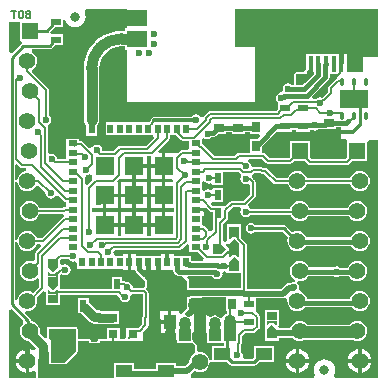
<source format=gbl>
G04*
G04 #@! TF.GenerationSoftware,Altium Limited,Altium Designer,21.4.1 (30)*
G04*
G04 Layer_Physical_Order=2*
G04 Layer_Color=16711680*
%FSLAX25Y25*%
%MOIN*%
G70*
G04*
G04 #@! TF.SameCoordinates,FDA7AB05-C33E-465C-AB53-71C79C1F0B70*
G04*
G04*
G04 #@! TF.FilePolarity,Positive*
G04*
G01*
G75*
%ADD10C,0.00787*%
%ADD12C,0.00800*%
%ADD15C,0.01000*%
%ADD16R,0.03150X0.03150*%
%ADD17C,0.03150*%
%ADD25C,0.05512*%
%ADD31C,0.01575*%
%ADD32C,0.02000*%
%ADD33C,0.01500*%
%ADD34C,0.03150*%
%ADD35C,0.03937*%
%ADD39O,0.04000X0.04724*%
%ADD40R,0.04000X0.04724*%
%ADD41C,0.05500*%
%ADD42R,0.05500X0.05500*%
%ADD43C,0.02362*%
%ADD44C,0.03543*%
G04:AMPARAMS|DCode=45|XSize=15.75mil|YSize=23.62mil|CornerRadius=3.94mil|HoleSize=0mil|Usage=FLASHONLY|Rotation=0.000|XOffset=0mil|YOffset=0mil|HoleType=Round|Shape=RoundedRectangle|*
%AMROUNDEDRECTD45*
21,1,0.01575,0.01575,0,0,0.0*
21,1,0.00787,0.02362,0,0,0.0*
1,1,0.00787,0.00394,-0.00787*
1,1,0.00787,-0.00394,-0.00787*
1,1,0.00787,-0.00394,0.00787*
1,1,0.00787,0.00394,0.00787*
%
%ADD45ROUNDEDRECTD45*%
%ADD46R,0.09449X0.05906*%
%ADD47R,0.03400X0.03000*%
%ADD48R,0.02400X0.03900*%
%ADD49R,0.03000X0.03400*%
%ADD50R,0.06299X0.06299*%
%ADD51R,0.03150X0.01968*%
%ADD52R,0.01968X0.03150*%
%ADD53R,0.04800X0.02800*%
%ADD54C,0.04000*%
%ADD55R,0.04000X0.04000*%
%ADD56R,0.03400X0.02400*%
%ADD57R,0.06693X0.05709*%
%ADD58R,0.06693X0.12598*%
G04:AMPARAMS|DCode=59|XSize=30mil|YSize=34mil|CornerRadius=0mil|HoleSize=0mil|Usage=FLASHONLY|Rotation=135.000|XOffset=0mil|YOffset=0mil|HoleType=Round|Shape=Rectangle|*
%AMROTATEDRECTD59*
4,1,4,0.02263,0.00141,-0.00141,-0.02263,-0.02263,-0.00141,0.00141,0.02263,0.02263,0.00141,0.0*
%
%ADD59ROTATEDRECTD59*%

%ADD60R,0.06496X0.05118*%
%ADD61R,0.03937X0.07480*%
%ADD62R,0.07087X0.07480*%
%ADD63R,0.05610X0.06102*%
%ADD64R,0.01772X0.05433*%
%ADD65R,0.05512X0.04134*%
%ADD66R,0.02800X0.03400*%
%ADD67R,0.02400X0.03400*%
%ADD68C,0.01968*%
%ADD69C,0.01181*%
%ADD70C,0.01600*%
%ADD71C,0.02953*%
%ADD72R,0.07109X0.05678*%
%ADD73R,0.07801X0.12562*%
G36*
X124379Y108508D02*
X114130D01*
Y109488D01*
X111132Y109488D01*
Y109488D01*
X100503D01*
Y104532D01*
X100216Y104201D01*
X100146Y103989D01*
X100060Y103782D01*
X99286Y103471D01*
X97171Y103471D01*
X96719Y103284D01*
X96719Y103284D01*
X96531Y102832D01*
X96531Y99291D01*
X95673D01*
X95220Y99593D01*
X94529Y99731D01*
X93838Y99593D01*
X93252Y99202D01*
X92860Y98615D01*
X92723Y97924D01*
X92809Y97489D01*
Y97488D01*
X92301Y96815D01*
X92258Y96782D01*
X91567Y96645D01*
X90981Y96253D01*
X90589Y95667D01*
X90452Y94976D01*
X90589Y94285D01*
X90842Y93907D01*
X91209Y93259D01*
Y91121D01*
X90609Y90521D01*
X68547D01*
X68163Y90444D01*
X67838Y90227D01*
X66430Y88819D01*
X66250Y88551D01*
X66245Y88549D01*
X65895Y88495D01*
X65397Y88497D01*
X65161Y88851D01*
X64575Y89243D01*
X63884Y89380D01*
X63192Y89243D01*
X62606Y88851D01*
X62429Y88586D01*
X49852D01*
X49391Y88494D01*
X49001Y88233D01*
X48740Y87843D01*
X48701Y87650D01*
X48369Y87318D01*
X48152Y86993D01*
X48112Y86791D01*
X46323Y86791D01*
X45523Y86791D01*
X40824D01*
X40024Y86791D01*
X39224Y86791D01*
X36874Y86791D01*
X36074Y86791D01*
X33724D01*
Y82461D01*
X36874Y82461D01*
X37674Y82461D01*
X40024Y82461D01*
X40824Y82461D01*
X45523D01*
X46323Y82461D01*
X47123Y82461D01*
X49447D01*
X49779Y81661D01*
X47150Y79032D01*
X38559D01*
X38174Y78956D01*
X37849Y78738D01*
X36472Y77362D01*
X32677D01*
X32515Y77559D01*
X32377Y78250D01*
X31986Y78836D01*
X31400Y79228D01*
X30709Y79365D01*
X30017Y79228D01*
X29431Y78836D01*
X29177Y78456D01*
X28280Y78221D01*
X26166Y80335D01*
X25841Y80552D01*
X25457Y80629D01*
X24866D01*
Y81279D01*
X20535D01*
Y78930D01*
X20535Y78130D01*
X20535D01*
Y78130D01*
X20535D01*
Y74425D01*
X17551D01*
X17417Y75101D01*
X17025Y75687D01*
X16439Y76078D01*
X15748Y76216D01*
X15386Y76144D01*
X14586Y76653D01*
Y82094D01*
X14510Y82481D01*
X14461Y82553D01*
Y84817D01*
X14411Y85071D01*
X14459Y85813D01*
X14738Y86080D01*
X15051Y86289D01*
X15442Y86875D01*
X15580Y87567D01*
X15442Y88258D01*
X15051Y88844D01*
X14783Y89022D01*
Y97551D01*
X14706Y97937D01*
X14488Y98265D01*
X9209Y103543D01*
X9436Y104448D01*
X9975Y104862D01*
X10510Y105560D01*
X10847Y106372D01*
X10961Y107244D01*
X10847Y108116D01*
X10510Y108929D01*
X9975Y109627D01*
X9277Y110162D01*
X9000Y110277D01*
X9159Y111077D01*
X15004D01*
X15004Y111077D01*
X15429Y111161D01*
X15790Y111402D01*
X16645Y112258D01*
X16645Y112258D01*
X16776Y112454D01*
X19350D01*
Y116035D01*
X15554D01*
X15222Y116835D01*
X16645Y118258D01*
X16645Y118258D01*
X16776Y118454D01*
X19350D01*
Y120838D01*
X20093Y121029D01*
X20448Y120172D01*
X21013Y119436D01*
X21749Y118871D01*
X22606Y118516D01*
X23526Y118395D01*
X24446Y118516D01*
X25303Y118871D01*
X26039Y119436D01*
X26604Y120172D01*
X26959Y121029D01*
X27080Y121949D01*
X26959Y122869D01*
X26665Y123579D01*
X26996Y124379D01*
X40945D01*
Y118307D01*
X40157D01*
Y117246D01*
X38979D01*
Y117263D01*
X37008Y117108D01*
X35086Y116647D01*
X33259Y115890D01*
X31574Y114857D01*
X30632Y114052D01*
X30071Y113573D01*
X30071Y113573D01*
X30042Y113544D01*
X30042Y113544D01*
X29564Y112984D01*
X28776Y112061D01*
X27757Y110399D01*
X27011Y108597D01*
X26556Y106701D01*
X26403Y104758D01*
X26419D01*
Y87565D01*
X26507Y86897D01*
X26765Y86274D01*
X27175Y85739D01*
X27228Y85698D01*
Y82264D01*
X30772D01*
Y85698D01*
X30825Y85739D01*
X31235Y86274D01*
X31493Y86897D01*
X31581Y87565D01*
Y104758D01*
X31577Y104788D01*
X31714Y106173D01*
X32126Y107534D01*
X32797Y108788D01*
X33680Y109863D01*
X33704Y109882D01*
X33733Y109911D01*
X33754Y109939D01*
X34853Y110840D01*
X36137Y111527D01*
X37530Y111949D01*
X38945Y112089D01*
X38979Y112084D01*
X40157D01*
Y111024D01*
X40945D01*
Y93505D01*
X83465D01*
Y124379D01*
X124379D01*
Y108508D01*
D02*
G37*
G36*
X5052Y113904D02*
X5528D01*
X5705Y113163D01*
X5691Y113104D01*
X5499Y112975D01*
X5499Y112975D01*
X2345Y109821D01*
X1606Y110127D01*
Y120177D01*
X5052D01*
Y113904D01*
D02*
G37*
G36*
X102865Y102780D02*
X99376Y99291D01*
X97171D01*
X97171Y102832D01*
X99877Y102832D01*
X99931Y102894D01*
X100699D01*
Y103782D01*
X101151Y104305D01*
X101846Y104801D01*
X102865D01*
X102865Y102780D01*
D02*
G37*
G36*
X110964Y101405D02*
X110647Y101342D01*
X110319Y101123D01*
X108005Y98808D01*
X107786Y98481D01*
X107709Y98094D01*
Y96896D01*
X105733Y94920D01*
X105717Y94931D01*
X105026Y95068D01*
X104335Y94931D01*
X103905Y94643D01*
X103776Y94669D01*
X102918D01*
X102611Y95408D01*
X107943Y100739D01*
X108239Y101183D01*
X108343Y101706D01*
Y102874D01*
X110964D01*
X110964Y101405D01*
D02*
G37*
G36*
X112295Y81088D02*
X113651Y81066D01*
X114252Y80585D01*
Y75056D01*
X113786Y74590D01*
X113781Y74584D01*
X113613Y74415D01*
X102374D01*
X101733Y75056D01*
Y80585D01*
X95052D01*
Y75332D01*
X94746Y75026D01*
X88213D01*
X86841Y76398D01*
X86513Y76617D01*
X86127Y76694D01*
X85890D01*
Y78764D01*
X90525Y83399D01*
X91210Y83678D01*
Y83678D01*
X95790D01*
Y84358D01*
X97209D01*
Y83678D01*
X101790D01*
Y84167D01*
X102591Y84332D01*
X102906Y84122D01*
X103597Y83984D01*
X104288Y84122D01*
X104683Y84386D01*
X106932D01*
X107015Y84402D01*
X110515D01*
Y85063D01*
X112295D01*
Y81088D01*
D02*
G37*
G36*
X75674Y82870D02*
X80255D01*
Y83430D01*
X81909D01*
Y82870D01*
X84891D01*
X85222Y82070D01*
X84203Y81051D01*
X81909D01*
Y76694D01*
X78300D01*
X77913Y76617D01*
X77586Y76398D01*
X76883Y75696D01*
X69893D01*
X66345Y79244D01*
X66017Y79463D01*
X65811Y79504D01*
Y81219D01*
X65999Y81383D01*
X66443Y81686D01*
X66973Y81331D01*
X67665Y81194D01*
X68356Y81331D01*
X68942Y81723D01*
X68957Y81746D01*
X69404D01*
X69942Y81853D01*
X70398Y82157D01*
X71111Y82870D01*
X73705D01*
Y83556D01*
X75674D01*
Y82870D01*
D02*
G37*
G36*
X57227Y82375D02*
X58651Y80951D01*
X58977Y80734D01*
X59361Y80658D01*
X61480D01*
Y78130D01*
X60914Y77565D01*
X59268D01*
X58882Y77488D01*
X58554Y77269D01*
X57695Y76410D01*
X57346Y76555D01*
Y76555D01*
X53606D01*
Y72224D01*
Y67893D01*
X55742D01*
X56188Y67093D01*
X55953Y66712D01*
X53606D01*
Y62382D01*
Y58051D01*
X56466D01*
Y56870D01*
X53606D01*
Y52539D01*
X53016D01*
Y51949D01*
X48685D01*
Y49015D01*
X47504D01*
Y51949D01*
X43173D01*
X38842D01*
Y49015D01*
X37661D01*
Y51949D01*
X33331D01*
Y52539D01*
X32740D01*
Y56870D01*
X29004D01*
Y58051D01*
X32740D01*
Y62382D01*
X33331D01*
Y62972D01*
X37661D01*
Y66712D01*
X37661D01*
X37452Y67217D01*
X38067Y67833D01*
X38842Y67893D01*
X38842Y67893D01*
X38842Y67893D01*
X42582D01*
Y72224D01*
X43173D01*
Y72815D01*
X47504D01*
Y75634D01*
X48685D01*
Y72815D01*
X52425D01*
Y76555D01*
X51367D01*
X51061Y77294D01*
X54714Y80947D01*
X54933Y81275D01*
X55010Y81661D01*
Y82368D01*
X55772Y82461D01*
Y82461D01*
X57170D01*
X57227Y82375D01*
D02*
G37*
G36*
X124379Y80898D02*
Y1606D01*
X110046D01*
X109651Y2406D01*
X109679Y2441D01*
X110034Y3299D01*
X110155Y4218D01*
X110034Y5138D01*
X109679Y5995D01*
X109114Y6731D01*
X108378Y7296D01*
X107521Y7651D01*
X106601Y7772D01*
X105681Y7651D01*
X104824Y7296D01*
X104088Y6731D01*
X103523Y5995D01*
X103168Y5138D01*
X103047Y4218D01*
X103168Y3299D01*
X103523Y2441D01*
X103550Y2406D01*
X103156Y1606D01*
X62163Y1606D01*
X62066Y1740D01*
X62071Y2703D01*
X63366Y3999D01*
X64126Y3684D01*
X65000Y3569D01*
X65874Y3684D01*
X66688Y4021D01*
X67387Y4558D01*
X67923Y5257D01*
X68260Y6071D01*
X68350Y6755D01*
X69095Y6890D01*
X69095Y6890D01*
X69095Y6890D01*
X74215D01*
X75108Y5997D01*
X75468Y5756D01*
X75894Y5672D01*
X75894Y5672D01*
X83161D01*
X83161Y5672D01*
X83587Y5756D01*
X83948Y5997D01*
X84840Y6890D01*
X89961D01*
Y12205D01*
X83268D01*
Y8462D01*
X82701Y7895D01*
X79872D01*
X79362Y8695D01*
X79434Y9055D01*
X79296Y9746D01*
X78936Y10285D01*
Y10298D01*
X78938Y10305D01*
Y13022D01*
X79001Y13338D01*
Y15351D01*
X80065Y16416D01*
X82676D01*
X83063Y16493D01*
X83390Y16712D01*
X83848Y17170D01*
X83867Y17174D01*
X84194Y17392D01*
X84775Y17973D01*
X84994Y18301D01*
X85071Y18687D01*
Y21907D01*
X84994Y22294D01*
X84775Y22622D01*
X83681Y23715D01*
X83661Y24507D01*
X83661Y24507D01*
Y28047D01*
X92875D01*
X93495Y28170D01*
X93542Y28201D01*
X94288Y27738D01*
X94223Y27244D01*
X94338Y26372D01*
X94674Y25559D01*
X95210Y24862D01*
X95908Y24326D01*
X96720Y23990D01*
X97592Y23875D01*
X98464Y23990D01*
X99277Y24326D01*
X99975Y24862D01*
X100142Y25080D01*
X100318D01*
X100479Y25048D01*
X115867D01*
X116010Y24862D01*
X116707Y24326D01*
X117520Y23990D01*
X118392Y23875D01*
X119264Y23990D01*
X120077Y24326D01*
X120775Y24862D01*
X121310Y25559D01*
X121647Y26372D01*
X121762Y27244D01*
X121647Y28116D01*
X121310Y28929D01*
X120775Y29627D01*
X120077Y30162D01*
X119264Y30499D01*
X118392Y30613D01*
X117520Y30499D01*
X116707Y30162D01*
X116010Y29627D01*
X115474Y28929D01*
X115138Y28116D01*
X115107Y27884D01*
X100877D01*
X100847Y28116D01*
X100510Y28929D01*
X99975Y29627D01*
X99277Y30162D01*
X98677Y30410D01*
X98392Y30716D01*
X98183Y31343D01*
X98254Y31702D01*
X98117Y32394D01*
X97725Y32980D01*
X97444Y33167D01*
X97320Y33250D01*
X97342Y33331D01*
X97686Y33968D01*
X97714Y33964D01*
X98392Y33875D01*
X99264Y33990D01*
X100077Y34326D01*
X100775Y34862D01*
X101310Y35559D01*
X101312Y35564D01*
X109626D01*
X109981Y35327D01*
X110673Y35189D01*
X111364Y35327D01*
X111528Y35436D01*
X114768D01*
X115210Y34862D01*
X115907Y34326D01*
X116720Y33990D01*
X117592Y33875D01*
X118464Y33990D01*
X119277Y34326D01*
X119975Y34862D01*
X120510Y35559D01*
X120847Y36372D01*
X120961Y37244D01*
X120847Y38116D01*
X120510Y38929D01*
X119975Y39627D01*
X119277Y40162D01*
X118464Y40499D01*
X117592Y40613D01*
X116720Y40499D01*
X115907Y40162D01*
X115210Y39627D01*
X114674Y38929D01*
X114402Y38272D01*
X111950D01*
X111950Y38273D01*
X111364Y38664D01*
X110673Y38802D01*
X109981Y38664D01*
X109585Y38400D01*
X101529D01*
X101310Y38929D01*
X100775Y39627D01*
X100077Y40162D01*
X99264Y40499D01*
X98392Y40613D01*
X97520Y40499D01*
X96708Y40162D01*
X96010Y39627D01*
X95474Y38929D01*
X95138Y38116D01*
X95023Y37244D01*
X95138Y36372D01*
X95474Y35559D01*
X96010Y34862D01*
X96708Y34326D01*
X96956Y34223D01*
X96723Y33454D01*
X96448Y33509D01*
X95757Y33371D01*
X95582Y33255D01*
X94839D01*
X94219Y33131D01*
X93692Y32780D01*
X92203Y31290D01*
X80925D01*
Y45930D01*
X80848Y46315D01*
X80631Y46640D01*
X78914Y48357D01*
Y49260D01*
X78885Y49331D01*
Y49579D01*
X78865Y49676D01*
Y52776D01*
X74284D01*
Y49377D01*
X74236Y49260D01*
Y47785D01*
X74301Y47627D01*
X73883Y46827D01*
X73872D01*
X73681Y46749D01*
X72882Y47147D01*
Y52690D01*
X74295Y54104D01*
X74513Y54430D01*
X74589Y54813D01*
Y56982D01*
X76249Y58642D01*
X78511D01*
X78927Y57842D01*
X78764Y57598D01*
X78627Y56907D01*
X78764Y56215D01*
X79156Y55629D01*
X79742Y55238D01*
X80433Y55100D01*
X81124Y55238D01*
X81710Y55629D01*
X81882Y55886D01*
X83968D01*
X84053Y55903D01*
X95332D01*
X95474Y55559D01*
X96010Y54862D01*
X96708Y54326D01*
X97520Y53989D01*
X98392Y53875D01*
X99264Y53989D01*
X100077Y54326D01*
X100775Y54862D01*
X101256Y55489D01*
X114728D01*
X115210Y54862D01*
X115907Y54326D01*
X116720Y53989D01*
X117592Y53875D01*
X118464Y53989D01*
X119277Y54326D01*
X119975Y54862D01*
X120510Y55559D01*
X120847Y56372D01*
X120961Y57244D01*
X120847Y58116D01*
X120510Y58929D01*
X119975Y59627D01*
X119277Y60162D01*
X118464Y60499D01*
X117592Y60614D01*
X116720Y60499D01*
X115907Y60162D01*
X115210Y59627D01*
X114674Y58929D01*
X114424Y58324D01*
X101561D01*
X101310Y58929D01*
X100775Y59627D01*
X100077Y60162D01*
X99264Y60499D01*
X98392Y60614D01*
X97520Y60499D01*
X96708Y60162D01*
X96010Y59627D01*
X95474Y58929D01*
X95138Y58116D01*
X95111Y57910D01*
X83985D01*
X83900Y57893D01*
X81905D01*
X81710Y58184D01*
X81358Y58419D01*
X81171Y59179D01*
X81186Y59379D01*
X83386Y61579D01*
X83604Y61904D01*
X83680Y62288D01*
Y66814D01*
X83604Y67198D01*
X83386Y67524D01*
X82491Y68418D01*
X82486Y68422D01*
X82507Y68868D01*
X82608Y69302D01*
X82850Y69463D01*
X83202Y69815D01*
X85166D01*
X85275Y69742D01*
X85659Y69666D01*
X86395D01*
X86472Y69589D01*
X86491Y69561D01*
X89687Y66365D01*
X90015Y66146D01*
X90401Y66069D01*
X94463D01*
X94674Y65559D01*
X95210Y64862D01*
X95908Y64326D01*
X96720Y63990D01*
X97592Y63875D01*
X98464Y63990D01*
X99277Y64326D01*
X99975Y64862D01*
X100510Y65559D01*
X100721Y66069D01*
X115263D01*
X115474Y65559D01*
X116010Y64862D01*
X116707Y64326D01*
X117520Y63990D01*
X118392Y63875D01*
X119264Y63990D01*
X120077Y64326D01*
X120775Y64862D01*
X121310Y65559D01*
X121647Y66372D01*
X121762Y67244D01*
X121647Y68116D01*
X121310Y68929D01*
X120775Y69627D01*
X120077Y70162D01*
X119264Y70499D01*
X118392Y70613D01*
X117520Y70499D01*
X116707Y70162D01*
X116010Y69627D01*
X115474Y68929D01*
X115138Y68116D01*
X115134Y68089D01*
X100850D01*
X100847Y68116D01*
X100510Y68929D01*
X99975Y69627D01*
X99277Y70162D01*
X98464Y70499D01*
X97592Y70613D01*
X96720Y70499D01*
X95908Y70162D01*
X95210Y69627D01*
X94674Y68929D01*
X94338Y68116D01*
X94334Y68089D01*
X90820D01*
X87919Y70990D01*
X87892Y71008D01*
X87521Y71379D01*
X87195Y71596D01*
X86811Y71673D01*
X86003D01*
X85893Y71746D01*
X85510Y71822D01*
X82834D01*
X82771Y71834D01*
X82289Y72208D01*
X82105Y72431D01*
X82101Y72439D01*
X81984Y73030D01*
X81592Y73616D01*
X81205Y73874D01*
X81441Y74674D01*
X85708D01*
X87081Y73302D01*
X87409Y73083D01*
X87795Y73006D01*
X95164D01*
X95551Y73083D01*
X95878Y73302D01*
X96480Y73904D01*
X100029D01*
X101241Y72691D01*
X101569Y72472D01*
X101955Y72396D01*
X114031D01*
X114418Y72472D01*
X114745Y72691D01*
X115214Y73160D01*
X115219Y73167D01*
X115955Y73904D01*
X120933D01*
Y80152D01*
X121585Y80942D01*
X124379Y80898D01*
D02*
G37*
G36*
X28960Y69109D02*
X29000Y69072D01*
Y67893D01*
X29000D01*
X29214Y67376D01*
X27660Y65822D01*
X26860Y66153D01*
Y67917D01*
X26783Y68303D01*
X26770Y68322D01*
X27025Y68797D01*
X27231Y69073D01*
X27857Y69197D01*
X28200Y69427D01*
X28960Y69109D01*
D02*
G37*
G36*
X5246Y71662D02*
X5573Y71443D01*
X5960Y71367D01*
X7181D01*
X7234Y70566D01*
X6720Y70499D01*
X5907Y70162D01*
X5210Y69627D01*
X4674Y68929D01*
X4338Y68116D01*
X4257Y67502D01*
X3457Y67554D01*
Y72406D01*
X4196Y72712D01*
X5246Y71662D01*
D02*
G37*
G36*
X78708Y69463D02*
X78646Y68699D01*
X78508Y68008D01*
X78646Y67316D01*
X79037Y66730D01*
X79624Y66339D01*
X80315Y66201D01*
X80873Y66312D01*
X81367Y66059D01*
X81673Y65822D01*
Y62704D01*
X79618Y60649D01*
X75834D01*
X75450Y60573D01*
X75124Y60355D01*
X73522Y58752D01*
X72964Y58983D01*
Y58983D01*
X70471D01*
X70373Y59003D01*
X69380D01*
X68856Y59527D01*
X68989Y60236D01*
X69395Y60183D01*
Y60183D01*
X72976D01*
Y64764D01*
X69395D01*
Y64650D01*
X68595Y64223D01*
X68541Y64259D01*
X67850Y64396D01*
X67159Y64259D01*
X66611Y63893D01*
X66394Y63937D01*
X65811Y64167D01*
Y67024D01*
X66611Y67258D01*
X66870Y66870D01*
X67456Y66478D01*
X68148Y66341D01*
X68561Y66423D01*
X69361Y65938D01*
Y65857D01*
X72942D01*
Y70059D01*
X78112D01*
X78708Y69463D01*
D02*
G37*
G36*
X4338Y66372D02*
X4674Y65560D01*
X5210Y64862D01*
X5907Y64326D01*
X6720Y63990D01*
X7592Y63875D01*
X8464Y63990D01*
X9277Y64326D01*
X9975Y64862D01*
X10430Y65456D01*
X10874Y65637D01*
X11297Y65721D01*
X13612Y63406D01*
X13548Y63083D01*
X13686Y62391D01*
X14077Y61805D01*
X14663Y61414D01*
X15354Y61276D01*
X16046Y61414D01*
X16632Y61805D01*
X16837Y62112D01*
X17762Y62318D01*
X19680Y60399D01*
X20008Y60180D01*
X20395Y60104D01*
X20535D01*
Y58667D01*
X20256D01*
X19869Y58591D01*
X19542Y58372D01*
X19424Y58254D01*
X11590D01*
X11310Y58929D01*
X10775Y59627D01*
X10077Y60162D01*
X9264Y60499D01*
X8392Y60614D01*
X7520Y60499D01*
X6707Y60162D01*
X6010Y59627D01*
X5474Y58929D01*
X5138Y58116D01*
X5023Y57244D01*
X5138Y56372D01*
X5474Y55560D01*
X6010Y54862D01*
X6707Y54326D01*
X7520Y53990D01*
X8392Y53875D01*
X9264Y53990D01*
X10077Y54326D01*
X10775Y54862D01*
X11310Y55560D01*
X11590Y56234D01*
X19559D01*
X19671Y55441D01*
X19344Y55222D01*
X12376Y48254D01*
X10790D01*
X10510Y48929D01*
X9975Y49627D01*
X9277Y50162D01*
X8464Y50499D01*
X7592Y50614D01*
X6720Y50499D01*
X5907Y50162D01*
X5210Y49627D01*
X4674Y48929D01*
X4338Y48116D01*
X4257Y47502D01*
X3457Y47554D01*
Y66935D01*
X4257Y66987D01*
X4338Y66372D01*
D02*
G37*
G36*
X68248Y57279D02*
X68576Y57060D01*
X68962Y56983D01*
X69383D01*
Y55990D01*
X69363Y55893D01*
Y50850D01*
X68842Y50426D01*
X68044Y50624D01*
X67847Y50918D01*
X66698Y52068D01*
X66372Y52285D01*
X66242Y52311D01*
X65811Y52933D01*
Y55492D01*
X66402D01*
Y57067D01*
X63646D01*
Y58248D01*
X66808D01*
X67141Y58386D01*
X68248Y57279D01*
D02*
G37*
G36*
X78275Y47785D02*
X77875D01*
X77175Y48585D01*
X76075Y48585D01*
X75175Y47785D01*
X74875D01*
Y49260D01*
X78275D01*
Y47785D01*
D02*
G37*
G36*
X73872Y44588D02*
Y44388D01*
X72271Y42788D01*
X71972D01*
Y46188D01*
X72272Y46188D01*
X73872Y44588D01*
D02*
G37*
G36*
X78275Y46184D02*
Y45885D01*
X75346D01*
Y43260D01*
X78275D01*
Y41785D01*
X77875D01*
X77175Y42585D01*
X76075Y42585D01*
X75175Y41785D01*
X74875D01*
Y42788D01*
X73872D01*
Y43188D01*
X74672Y43888D01*
X74672Y44988D01*
X73872Y45888D01*
Y46188D01*
X74878D01*
X76475Y47785D01*
X76675D01*
X78275Y46184D01*
D02*
G37*
G36*
X61480Y45855D02*
Y43484D01*
X64349D01*
X64371Y43453D01*
X66453Y41370D01*
X66122Y40570D01*
X62076D01*
X62071Y40573D01*
Y42303D01*
X56362D01*
Y42894D01*
X54787D01*
Y40138D01*
X53606D01*
Y42894D01*
X52031D01*
Y42303D01*
X46323D01*
Y42303D01*
X45523Y42303D01*
X43764D01*
Y42894D01*
X42189D01*
Y40138D01*
Y37382D01*
X43629D01*
X43647Y37292D01*
X43951Y36836D01*
X46919Y33869D01*
Y32182D01*
X46523Y31445D01*
X42861D01*
X42650Y31702D01*
X42513Y32394D01*
X42121Y32980D01*
X41535Y33371D01*
X40844Y33509D01*
X40515Y33443D01*
X40365Y33593D01*
X40039Y33811D01*
X39655Y33887D01*
X39287D01*
Y35174D01*
X35706D01*
Y31113D01*
X18518D01*
X18400Y31864D01*
X18448Y32454D01*
X18448Y32454D01*
X18448Y32455D01*
X18448Y32754D01*
X18400Y32872D01*
Y34964D01*
X18419Y35061D01*
Y35309D01*
X18448Y35379D01*
Y35803D01*
X19048Y36294D01*
X19509Y35986D01*
X20200Y35848D01*
X20891Y35986D01*
X21477Y36377D01*
X21869Y36963D01*
X22006Y37655D01*
X21869Y38346D01*
X21477Y38932D01*
X20891Y39323D01*
X20200Y39461D01*
X19509Y39323D01*
X19200Y39117D01*
X18400Y39480D01*
Y40617D01*
X18850Y41067D01*
X21379D01*
X21557Y40799D01*
X22143Y40408D01*
X22835Y40270D01*
X23476Y40398D01*
X23543Y40397D01*
X24276Y39947D01*
Y37972D01*
X27425Y37972D01*
X28225Y37972D01*
X30575Y37972D01*
X31375Y37972D01*
X36074D01*
X36874Y37972D01*
Y37972D01*
X36874D01*
Y37972D01*
X39433D01*
Y37382D01*
X41008D01*
Y40138D01*
Y42894D01*
X39433D01*
Y42303D01*
X37674D01*
X36874Y42303D01*
D01*
X36874D01*
X36311Y42783D01*
X36231Y43600D01*
X36772Y44227D01*
X58305D01*
X58689Y44303D01*
X59015Y44521D01*
X60680Y46187D01*
X61480Y45855D01*
D02*
G37*
G36*
X4338Y46372D02*
X4674Y45560D01*
X5210Y44862D01*
X5907Y44326D01*
X6720Y43990D01*
X7592Y43875D01*
X8464Y43990D01*
X9277Y44326D01*
X9975Y44862D01*
X10510Y45560D01*
X10790Y46234D01*
X11956D01*
X12288Y45434D01*
X10450Y43597D01*
X10231Y43269D01*
X10154Y42883D01*
Y40996D01*
X9354Y40461D01*
X9264Y40499D01*
X8392Y40614D01*
X7520Y40499D01*
X6707Y40162D01*
X6010Y39627D01*
X5474Y38929D01*
X5138Y38116D01*
X5023Y37244D01*
X5138Y36372D01*
X5474Y35560D01*
X6010Y34862D01*
X6707Y34326D01*
X7520Y33990D01*
X8392Y33875D01*
X9264Y33990D01*
X10077Y34326D01*
X10745Y34839D01*
X10883Y34818D01*
X11545Y34552D01*
Y31810D01*
X9628Y29893D01*
X9277Y30162D01*
X8464Y30499D01*
X7592Y30614D01*
X6720Y30499D01*
X5907Y30162D01*
X5210Y29627D01*
X4674Y28929D01*
X4338Y28116D01*
X4257Y27502D01*
X3457Y27554D01*
Y46935D01*
X4257Y46987D01*
X4338Y46372D01*
D02*
G37*
G36*
X78275Y40184D02*
Y39885D01*
X74875D01*
X74875Y40185D01*
X76475Y41785D01*
X76675D01*
X78275Y40184D01*
D02*
G37*
G36*
X51638Y37382D02*
X53200D01*
X53200Y37382D01*
X56213Y37382D01*
X56276Y37066D01*
X56572Y36623D01*
X57259Y35936D01*
X57702Y35640D01*
X58225Y35536D01*
X58845D01*
X60961Y33975D01*
Y30835D01*
X61137D01*
X61694Y30279D01*
X61694Y28465D01*
X60961D01*
Y27112D01*
X60764Y26636D01*
X60676Y25969D01*
X60764Y25300D01*
X60911Y24946D01*
X58909Y22944D01*
X58181Y23245D01*
Y23743D01*
X55590D01*
Y20200D01*
Y16657D01*
X57000D01*
Y14334D01*
X57409D01*
Y13158D01*
X62657D01*
X63486Y12316D01*
X63451Y9925D01*
X63312Y9867D01*
X62613Y9331D01*
X62077Y8632D01*
X61740Y7818D01*
X61625Y6944D01*
X61642Y6816D01*
X60270Y5444D01*
X57284D01*
Y6496D01*
X50591D01*
Y4531D01*
X43110D01*
Y6496D01*
X36417D01*
Y1606D01*
X11142D01*
Y7969D01*
X13814Y10640D01*
X14905Y10188D01*
X14905Y7269D01*
X14905Y6679D01*
X14906Y6089D01*
X15427Y6089D01*
X15544Y6040D01*
X15544Y6040D01*
X15821Y6040D01*
X19975D01*
X20093Y6089D01*
X20887D01*
Y6687D01*
X24168Y9967D01*
X24355Y10419D01*
Y13961D01*
X28125D01*
Y13091D01*
X31706D01*
Y13961D01*
X40623D01*
X40623Y13869D01*
X41607Y13850D01*
X41704Y13869D01*
X41804Y13869D01*
X44954D01*
Y13961D01*
X46000D01*
X46000Y16817D01*
X47686Y18503D01*
X47903Y18828D01*
X47980Y19212D01*
Y21828D01*
X47988Y21868D01*
Y29980D01*
X47911Y30365D01*
X47694Y30690D01*
X47233Y31151D01*
X47128Y31221D01*
X47482Y31880D01*
X47498Y32037D01*
X47558Y32182D01*
Y33869D01*
X47371Y34321D01*
X46933Y34758D01*
X46591Y35416D01*
X46591D01*
X46000Y36103D01*
X46000Y37382D01*
X47307D01*
Y40138D01*
X48488D01*
Y37382D01*
X50457D01*
Y40138D01*
X51638D01*
Y37382D01*
D02*
G37*
G36*
X17809Y38454D02*
X16209Y36854D01*
X16009D01*
X14409Y38455D01*
Y38754D01*
X17809D01*
X17809Y38454D01*
D02*
G37*
G36*
X17809Y35379D02*
X14409D01*
Y36854D01*
X14809D01*
X15509Y36055D01*
X16609Y36054D01*
X17509Y36854D01*
X17809D01*
Y35379D01*
D02*
G37*
G36*
X74284Y36656D02*
Y36595D01*
X78865D01*
X78918Y35816D01*
Y31637D01*
X65333D01*
X64713Y31514D01*
X64628Y31457D01*
X61601D01*
Y33975D01*
X61581Y34022D01*
X61593Y34071D01*
X61490Y34242D01*
X61413Y34427D01*
X61367Y34447D01*
X61341Y34490D01*
X60953Y34776D01*
X61203Y35536D01*
X69226D01*
X69564Y35030D01*
X70150Y34638D01*
X70841Y34500D01*
X71533Y34638D01*
X72119Y35030D01*
X72510Y35616D01*
X72648Y36307D01*
X72615Y36472D01*
X73230Y37165D01*
X73230Y37165D01*
X73484Y37216D01*
X74284Y36656D01*
D02*
G37*
G36*
X17809Y32454D02*
X16209Y30854D01*
X16009D01*
X14409Y32455D01*
Y32754D01*
X17809D01*
X17809Y32454D01*
D02*
G37*
G36*
X17809Y29379D02*
X14409D01*
Y30854D01*
X14809D01*
X15509Y30055D01*
X16609Y30054D01*
X17509Y30854D01*
X17809D01*
Y29379D01*
D02*
G37*
G36*
X13770Y30047D02*
Y29379D01*
X13819Y29262D01*
Y25864D01*
X18400D01*
Y28964D01*
X18419Y29061D01*
Y29105D01*
X37571D01*
X38372Y28304D01*
X38431Y28009D01*
X38823Y27423D01*
X39409Y27031D01*
X40100Y26894D01*
X40791Y27031D01*
X41377Y27423D01*
X41769Y28009D01*
X41906Y28700D01*
X41914Y28731D01*
X42575Y29438D01*
X45981D01*
Y21899D01*
X45973Y21860D01*
Y19628D01*
X44564Y18219D01*
X43969D01*
X43872Y18200D01*
X40623D01*
Y15340D01*
X40623Y14950D01*
X40604Y14853D01*
X39838Y14601D01*
X38458D01*
Y18200D01*
X34127D01*
Y14601D01*
X31706D01*
X31254Y14413D01*
X31067Y13961D01*
Y13730D01*
X28764D01*
Y13961D01*
X28577Y14413D01*
X28125Y14601D01*
X24355D01*
Y18000D01*
X24306Y18117D01*
Y18172D01*
X24284D01*
X24168Y18452D01*
X23716Y18639D01*
X14809D01*
X14692Y18590D01*
X14209Y18591D01*
X14170Y18000D01*
X14170Y17807D01*
X14170Y15081D01*
X13961Y14910D01*
X13602Y14757D01*
X13409Y14710D01*
X11658Y16461D01*
X11761Y17244D01*
X11647Y18116D01*
X11310Y18929D01*
X10775Y19626D01*
X10077Y20162D01*
X9264Y20498D01*
X8915Y20665D01*
X8830Y21091D01*
X8589Y21452D01*
X6879Y23162D01*
X7253Y23920D01*
X7592Y23875D01*
X8464Y23990D01*
X9277Y24326D01*
X9975Y24862D01*
X10510Y25560D01*
X10847Y26372D01*
X10961Y27244D01*
X10847Y28116D01*
X10806Y28214D01*
X12970Y30378D01*
X13770Y30047D01*
D02*
G37*
G36*
X73744Y23884D02*
X73997D01*
Y22951D01*
X73694Y22825D01*
X73152Y22410D01*
X72737Y21869D01*
X72709Y21801D01*
X71930Y21628D01*
X71784Y21658D01*
X71306Y22025D01*
X70676Y22286D01*
X70000Y22375D01*
X69324Y22286D01*
X68702Y22028D01*
X68693Y22025D01*
X67779Y22166D01*
X67269Y22831D01*
X66604Y23341D01*
X65830Y23661D01*
X65591Y23693D01*
Y20200D01*
Y16707D01*
X65830Y16739D01*
X66604Y17059D01*
X66609Y17063D01*
X67409Y16669D01*
Y13158D01*
X73160D01*
Y12205D01*
X69095D01*
Y7611D01*
X68295Y7558D01*
X68260Y7818D01*
X67923Y8632D01*
X67387Y9331D01*
X66688Y9867D01*
X65874Y10205D01*
X65000Y10320D01*
X64896Y10306D01*
X64106Y11009D01*
X64125Y12307D01*
X64124Y12309D01*
X64125Y12312D01*
X64034Y12537D01*
X63945Y12761D01*
X63942Y12762D01*
X63942Y12765D01*
X63112Y13606D01*
X63110Y13607D01*
X63109Y13610D01*
X62885Y13702D01*
X62662Y13797D01*
X62590Y14536D01*
Y16669D01*
X63390Y17063D01*
X63396Y17059D01*
X64170Y16739D01*
X64409Y16707D01*
Y20200D01*
Y23693D01*
X64170Y23661D01*
X63396Y23341D01*
X62731Y22831D01*
X62221Y22166D01*
X61307Y22025D01*
X61298Y22028D01*
X60676Y22286D01*
X60331Y22332D01*
X60012Y23144D01*
X61363Y24494D01*
X61412Y24612D01*
X61501Y24702D01*
Y24829D01*
X61550Y24946D01*
X61501Y25064D01*
Y25191D01*
X61387Y25467D01*
X61321Y25969D01*
X61387Y26470D01*
X61552Y26868D01*
Y26995D01*
X61601Y27112D01*
Y27825D01*
X61694D01*
X62146Y28013D01*
X62229Y28214D01*
X65153D01*
X65774Y28337D01*
X65859Y28394D01*
X73744D01*
Y23884D01*
D02*
G37*
G36*
X6152Y20744D02*
X6082Y19682D01*
X6010Y19626D01*
X5474Y18929D01*
X5138Y18116D01*
X5023Y17244D01*
X5138Y16372D01*
X5474Y15559D01*
X6010Y14861D01*
X6707Y14326D01*
X7520Y13989D01*
X7941Y13934D01*
X10333Y11542D01*
X10279Y11146D01*
X9948Y10926D01*
X9416Y10744D01*
X8618Y11074D01*
X8183Y11131D01*
Y7244D01*
X7592D01*
D01*
X8183D01*
Y3357D01*
X8618Y3414D01*
X9575Y3810D01*
X9703Y3909D01*
X10503Y3514D01*
Y1606D01*
X9703Y1606D01*
X1606D01*
Y24245D01*
X2345Y24551D01*
X6152Y20744D01*
D02*
G37*
G36*
X23716Y10419D02*
X19975Y6679D01*
X15544D01*
X15544Y14265D01*
X14809Y15000D01*
X14809Y18000D01*
X23716D01*
Y10419D01*
D02*
G37*
%LPC*%
G36*
X52425Y71634D02*
X48685D01*
Y67893D01*
X52425D01*
Y71634D01*
D02*
G37*
G36*
X47504D02*
X43764D01*
Y67893D01*
X47504D01*
Y71634D01*
D02*
G37*
G36*
Y66712D02*
X43764D01*
Y62972D01*
X47504D01*
Y66712D01*
D02*
G37*
G36*
X52425D02*
X48685D01*
Y62972D01*
X52425D01*
Y66712D01*
D02*
G37*
G36*
X42582D02*
X38842D01*
Y62972D01*
X42582D01*
Y66712D01*
D02*
G37*
G36*
X52425Y61791D02*
X48685D01*
Y58051D01*
X52425D01*
Y61791D01*
D02*
G37*
G36*
X47504D02*
X43764D01*
Y58051D01*
X47504D01*
Y61791D01*
D02*
G37*
G36*
X42582D02*
X38842D01*
Y58051D01*
X42582D01*
Y61791D01*
D02*
G37*
G36*
X37661D02*
X33921D01*
Y58051D01*
X37661D01*
Y61791D01*
D02*
G37*
G36*
X47504Y56870D02*
X43764D01*
Y53130D01*
X47504D01*
Y56870D01*
D02*
G37*
G36*
X37661D02*
X33921D01*
Y53130D01*
X37661D01*
Y56870D01*
D02*
G37*
G36*
X52425D02*
X48685D01*
Y53130D01*
X52425D01*
Y56870D01*
D02*
G37*
G36*
X42582D02*
X38842D01*
Y53130D01*
X42582D01*
Y56870D01*
D02*
G37*
G36*
X82279Y53202D02*
X81588Y53065D01*
X81002Y52673D01*
X80610Y52087D01*
X80473Y51396D01*
X80610Y50705D01*
X81002Y50118D01*
X81588Y49727D01*
X82279Y49589D01*
X82970Y49727D01*
X83556Y50118D01*
X83667Y50284D01*
X92704D01*
X94494Y48494D01*
X94338Y48116D01*
X94223Y47244D01*
X94338Y46372D01*
X94674Y45559D01*
X95210Y44862D01*
X95908Y44326D01*
X96720Y43990D01*
X97592Y43875D01*
X98464Y43990D01*
X99277Y44326D01*
X99975Y44862D01*
X100504Y45551D01*
X115481D01*
X116010Y44862D01*
X116707Y44326D01*
X117520Y43990D01*
X118392Y43875D01*
X119264Y43990D01*
X120077Y44326D01*
X120775Y44862D01*
X121310Y45559D01*
X121647Y46372D01*
X121762Y47244D01*
X121647Y48116D01*
X121310Y48929D01*
X120775Y49627D01*
X120077Y50162D01*
X119264Y50499D01*
X118392Y50613D01*
X117520Y50499D01*
X116707Y50162D01*
X116010Y49627D01*
X115474Y48929D01*
X115250Y48386D01*
X100735D01*
X100510Y48929D01*
X99975Y49627D01*
X99277Y50162D01*
X98464Y50499D01*
X97592Y50613D01*
X96720Y50499D01*
X95953Y50181D01*
X93951Y52182D01*
X93590Y52423D01*
X93165Y52508D01*
X93165Y52508D01*
X83667D01*
X83556Y52673D01*
X82970Y53065D01*
X82279Y53202D01*
D02*
G37*
G36*
X91321Y24188D02*
X86740D01*
Y20789D01*
X86691Y20672D01*
Y19197D01*
X86778Y18988D01*
X86740Y18188D01*
X86691Y17597D01*
X86691Y17597D01*
X86691Y17597D01*
X86691Y17297D01*
X86740Y17180D01*
Y14007D01*
X91321D01*
Y14911D01*
X95972D01*
X96010Y14862D01*
X96708Y14326D01*
X97520Y13990D01*
X98392Y13875D01*
X99264Y13990D01*
X99721Y14179D01*
X116263D01*
X116720Y13990D01*
X117592Y13875D01*
X118464Y13990D01*
X119277Y14326D01*
X119975Y14862D01*
X120510Y15559D01*
X120847Y16372D01*
X120961Y17244D01*
X120847Y18116D01*
X120510Y18929D01*
X119975Y19627D01*
X119277Y20162D01*
X118464Y20499D01*
X117592Y20614D01*
X116720Y20499D01*
X115907Y20162D01*
X115210Y19627D01*
X114990Y19341D01*
X100994D01*
X100775Y19627D01*
X100077Y20162D01*
X99264Y20499D01*
X98392Y20614D01*
X97520Y20499D01*
X96708Y20162D01*
X96010Y19627D01*
X95474Y18929D01*
X95154Y18155D01*
X91637D01*
X91289Y18867D01*
X91283Y18988D01*
X91369Y19197D01*
Y20672D01*
X91321Y20789D01*
Y24188D01*
D02*
G37*
G36*
X118983Y11131D02*
Y7835D01*
X122279D01*
X122222Y8270D01*
X121826Y9227D01*
X121196Y10048D01*
X120375Y10678D01*
X119418Y11074D01*
X118983Y11131D01*
D02*
G37*
G36*
X98183D02*
Y7835D01*
X101480D01*
X101422Y8270D01*
X101026Y9227D01*
X100396Y10048D01*
X99575Y10678D01*
X98619Y11074D01*
X98183Y11131D01*
D02*
G37*
G36*
X117802Y11131D02*
X117366Y11074D01*
X116410Y10678D01*
X115588Y10048D01*
X114958Y9227D01*
X114562Y8270D01*
X114505Y7835D01*
X117802D01*
Y11131D01*
D02*
G37*
G36*
X97002D02*
X96566Y11074D01*
X95610Y10678D01*
X94789Y10048D01*
X94159Y9227D01*
X93762Y8270D01*
X93705Y7835D01*
X97002D01*
Y11131D01*
D02*
G37*
G36*
X117802Y6654D02*
X114505D01*
X114562Y6218D01*
X114958Y5262D01*
X115588Y4440D01*
X116410Y3810D01*
X117366Y3414D01*
X117802Y3357D01*
Y6654D01*
D02*
G37*
G36*
X97002D02*
X93705D01*
X93762Y6218D01*
X94159Y5262D01*
X94789Y4440D01*
X95610Y3810D01*
X96566Y3414D01*
X97002Y3357D01*
Y6654D01*
D02*
G37*
G36*
X122279D02*
X118983D01*
Y3357D01*
X119418Y3414D01*
X120375Y3810D01*
X121196Y4440D01*
X121826Y5262D01*
X122222Y6218D01*
X122279Y6654D01*
D02*
G37*
G36*
X101480D02*
X98183D01*
Y3357D01*
X98619Y3414D01*
X99575Y3810D01*
X100396Y4440D01*
X101026Y5262D01*
X101422Y6218D01*
X101480Y6654D01*
D02*
G37*
%LPD*%
G36*
X90730Y19197D02*
X90330D01*
X89631Y19997D01*
X88530Y19997D01*
X87630Y19197D01*
X87330D01*
Y20672D01*
X90730D01*
Y19197D01*
D02*
G37*
G36*
X90731Y17597D02*
Y17297D01*
X87330D01*
X87330Y17597D01*
X88930Y19197D01*
X89130D01*
X90731Y17597D01*
D02*
G37*
%LPC*%
G36*
X54409Y23743D02*
X51819D01*
Y20790D01*
X54409D01*
Y23743D01*
D02*
G37*
G36*
Y19610D02*
X51819D01*
Y18236D01*
Y16657D01*
X54409D01*
Y19610D01*
D02*
G37*
G36*
X28006Y28172D02*
X24425D01*
Y25469D01*
X24383Y25256D01*
X24425Y25043D01*
Y23091D01*
X25634D01*
X28378Y20346D01*
X29095Y19868D01*
X29940Y19700D01*
X30439D01*
X30611Y19585D01*
X31455Y19417D01*
X35879D01*
X36468Y19534D01*
X38170D01*
Y23715D01*
X36468D01*
X35879Y23833D01*
X32472D01*
X32300Y23947D01*
X31455Y24115D01*
X30854D01*
X28527Y26443D01*
X28526Y26443D01*
X28152Y26818D01*
X28006Y26915D01*
Y28172D01*
D02*
G37*
G36*
X7002Y11131D02*
X6566Y11074D01*
X5610Y10678D01*
X4788Y10048D01*
X4158Y9226D01*
X3762Y8270D01*
X3705Y7835D01*
X7002D01*
Y11131D01*
D02*
G37*
G36*
Y6653D02*
X3705D01*
X3762Y6218D01*
X4158Y5261D01*
X4788Y4440D01*
X5610Y3810D01*
X6566Y3414D01*
X7002Y3357D01*
Y6653D01*
D02*
G37*
%LPD*%
D10*
X39224Y120288D02*
X43024D01*
X44291Y121555D01*
X79921Y29669D02*
Y45930D01*
X49079Y86608D02*
X49852Y87382D01*
X48618Y85807D02*
X49079Y86268D01*
X47898Y85216D02*
X48488Y85807D01*
X49079Y86268D02*
Y86608D01*
X48488Y85807D02*
X48618D01*
X84465Y88118D02*
X91834D01*
X95608Y89284D02*
X97148Y90825D01*
X91834Y88118D02*
X93000Y89284D01*
X95608D01*
X64340Y73302D02*
X79066D01*
X64236Y73405D02*
X64340Y73302D01*
X79066D02*
X80029Y72338D01*
X80315D01*
X66013Y70256D02*
X66820Y71063D01*
X78528D01*
X79418Y70173D01*
X61194Y73405D02*
X64236D01*
X64218Y84626D02*
X67139Y87547D01*
X60496Y84626D02*
X64218D01*
X63214Y81673D02*
X68517Y86976D01*
X67139Y87547D02*
Y88109D01*
X68547Y89517D01*
X68517Y87538D02*
X69118Y88139D01*
X68517Y86976D02*
Y87538D01*
X69118Y88139D02*
X84443D01*
X68547Y89517D02*
X91025D01*
X84443Y88139D02*
X84465Y88118D01*
X91950Y90442D02*
X91974D01*
X91025Y89517D02*
X91950Y90442D01*
X91974D02*
X93000Y91469D01*
X93500D01*
X105283Y89942D02*
X108314D01*
X111172D01*
X98856Y90825D02*
X99500Y91469D01*
X97148Y90825D02*
X98856D01*
X99500Y91469D02*
X103757D01*
X111172Y89942D02*
X111175Y89939D01*
X111780Y89815D02*
X112117D01*
X111175Y89939D02*
X111656D01*
X111780Y89815D01*
X112117D02*
X112511Y89421D01*
Y89027D02*
Y89421D01*
X103757Y91469D02*
X105283Y89942D01*
X61663Y81673D02*
X63214D01*
X28000Y64742D02*
X30580Y67323D01*
X28000Y50209D02*
Y64742D01*
X57937Y83085D02*
X59361Y81661D01*
X61651D01*
X61663Y81673D01*
X57346Y84626D02*
X57937Y84035D01*
Y83085D02*
Y84035D01*
X85659Y70669D02*
X86811D01*
X85510Y70819D02*
X85659Y70669D01*
X82787Y70819D02*
X85510D01*
X82141Y70173D02*
X82787Y70819D01*
X79418Y70173D02*
X82141D01*
X86811Y70669D02*
X87205Y70276D01*
X60596Y73405D02*
X61194D01*
X59860Y74142D02*
X60596Y73405D01*
X59680Y74142D02*
X59860D01*
X63646Y70256D02*
X66013D01*
X47898Y84626D02*
Y85216D01*
X80034Y59645D02*
X82676Y62288D01*
Y66814D01*
X80614Y67709D02*
X81782D01*
X80315Y68008D02*
X80614Y67709D01*
X81782D02*
X82676Y66814D01*
X68148Y68147D02*
X70423D01*
X110206Y101612D02*
X111722Y103128D01*
X109335Y101612D02*
X110206D01*
X108202Y100480D02*
X109335Y101612D01*
X111722Y103128D02*
Y106476D01*
X112214Y106968D01*
X114857Y86993D02*
X116448Y88583D01*
Y89027D01*
X11193Y67244D02*
X15354Y63083D01*
X7592Y67244D02*
X11193D01*
X114509Y86993D02*
X114857D01*
X114405Y87097D02*
X114509Y86993D01*
X116448Y94994D02*
Y100051D01*
X98330Y56907D02*
X98392Y56968D01*
X83985Y56907D02*
X98330D01*
X80450Y56890D02*
X83968D01*
X83985Y56907D01*
X80433D02*
X80450Y56890D01*
X7592Y85000D02*
X7992D01*
X75834Y59645D02*
X80034D01*
X73586Y57397D02*
X75834Y59645D01*
X73586Y54813D02*
Y57397D01*
X71878Y53106D02*
X73586Y54813D01*
X60334Y47260D02*
Y63495D01*
X58305Y45230D02*
X60334Y47260D01*
X60795Y63957D02*
X63646D01*
X60334Y63495D02*
X60795Y63957D01*
X36292Y11777D02*
Y16035D01*
X36129Y11614D02*
X36292Y11777D01*
X44980Y17216D02*
X46976Y19212D01*
X43969Y17216D02*
X44980D01*
X42788Y16035D02*
X43969Y17216D01*
X41607Y14853D02*
X42788Y16035D01*
X46976Y19212D02*
Y21860D01*
X46984Y21868D01*
Y29980D01*
X46523Y30442D02*
X46984Y29980D01*
X42097Y30442D02*
X46523D01*
X40667Y31872D02*
X42097Y30442D01*
X55000Y13360D02*
Y15748D01*
X37987Y30109D02*
X39396Y28700D01*
X40100D01*
X17415Y29061D02*
Y29648D01*
X17877Y30109D01*
X37987D01*
X16309Y27954D02*
X17415Y29061D01*
X16109Y27954D02*
X16309D01*
X40667Y31872D02*
X40836Y31702D01*
X39655Y32883D02*
X40667Y31872D01*
X37496Y32883D02*
X39655D01*
X40836Y31702D02*
X40844D01*
X67439Y41804D02*
X72679D01*
X75000Y20774D02*
Y25150D01*
X75835Y25984D01*
X81273Y20200D02*
X81370Y20297D01*
X75574Y20200D02*
X81273D01*
X34382Y43557D02*
X36056Y45230D01*
X34382Y43525D02*
Y43557D01*
X36056Y45230D02*
X58305D01*
X17415Y35061D02*
Y36197D01*
X18654Y37435D02*
X19980D01*
X17415Y36197D02*
X18654Y37435D01*
X19980D02*
X20200Y37655D01*
X16109Y33954D02*
X16309D01*
X17415Y35061D01*
X41607Y14853D02*
X42788Y16035D01*
X36292D02*
X36388Y15939D01*
X65080Y44162D02*
X67439Y41804D01*
X65080Y44162D02*
Y44215D01*
X64236Y45059D02*
X65080Y44215D01*
X67138Y49028D02*
Y50209D01*
X66142Y48031D02*
X67138Y49028D01*
X63823Y48031D02*
X66142D01*
X65988Y51358D02*
X67138Y50209D01*
X71878Y45594D02*
Y53106D01*
X81407Y20797D02*
X82370D01*
X82676Y21103D01*
X60401Y74198D02*
X61194Y73405D01*
X70817Y67753D02*
X71211Y68147D01*
X70423Y68147D02*
X70817Y67753D01*
X73374Y38828D02*
X76078D01*
X23185Y79220D02*
X23590Y79625D01*
X38559Y78029D02*
X47566D01*
X36888Y76358D02*
X38559Y78029D01*
X31909Y76358D02*
X36888D01*
X30709Y77559D02*
X31909Y76358D01*
X47566Y78029D02*
X51047Y81510D01*
X66199Y57586D02*
X67237Y56548D01*
X64909Y57586D02*
X66199D01*
X67850Y62590D02*
X70048D01*
X70851Y63392D01*
Y62211D02*
Y63392D01*
X64838Y57657D02*
X64909Y57586D01*
X63646Y57657D02*
X64838D01*
X25457Y79625D02*
X29112Y75970D01*
X23590Y79625D02*
X25457D01*
X51047Y81510D02*
Y84626D01*
X25776Y76243D02*
X26947Y75073D01*
X23013Y76243D02*
X25776D01*
X22701Y76555D02*
X23013Y76243D01*
X63646Y45059D02*
X64236D01*
X77881Y47971D02*
X79921Y45930D01*
X77881Y47971D02*
Y49579D01*
X76775Y50685D02*
X77881Y49579D01*
X76575Y50685D02*
X76775D01*
X70772Y44488D02*
X71878Y45594D01*
X72679Y41804D02*
X74856Y43981D01*
X29112Y72813D02*
Y75970D01*
X27165Y70866D02*
X29112Y72813D01*
X70412Y68946D02*
X71211Y68147D01*
X81370Y29411D02*
X81496Y29537D01*
X59957Y43668D02*
Y43681D01*
X81370Y26297D02*
Y29411D01*
X63646Y48209D02*
X63823Y48031D01*
X63646Y51358D02*
X65988D01*
X59957Y43668D02*
X60732Y42894D01*
X62732D01*
X54197Y40138D02*
Y41368D01*
X54000Y84429D02*
X54197Y84626D01*
X8608Y123917D02*
Y121555D01*
X7427D01*
X7033Y121949D01*
Y122342D01*
X7427Y122736D01*
X8608D01*
X7427D01*
X7033Y123129D01*
Y123523D01*
X7427Y123917D01*
X8608D01*
X5065D02*
X5853D01*
X6246Y123523D01*
Y121949D01*
X5853Y121555D01*
X5065D01*
X4672Y121949D01*
Y123523D01*
X5065Y123917D01*
X3885D02*
X2310D01*
X3098D01*
Y121555D01*
D12*
X5960Y72376D02*
X9132D01*
X3852Y74485D02*
Y100902D01*
Y74485D02*
X5960Y72376D01*
X77302Y74686D02*
X78300Y75684D01*
X69475Y74686D02*
X77302D01*
X86127Y75684D02*
X87795Y74016D01*
X65631Y78530D02*
X69475Y74686D01*
X78300Y75684D02*
X86127D01*
X87795Y74016D02*
X95164D01*
X104727Y93561D02*
X105026Y93262D01*
X103875Y93561D02*
X104727D01*
X27670Y43582D02*
X31076D01*
X25828Y45424D02*
Y51108D01*
Y45424D02*
X27670Y43582D01*
X25850Y51130D02*
Y67917D01*
X25828Y51108D02*
X25850Y51130D01*
X7592Y103732D02*
Y107244D01*
X13773Y87567D02*
Y97551D01*
X7592Y103732D02*
X13773Y97551D01*
X8668Y96969D02*
X11545Y94091D01*
X19576Y67106D02*
X22701D01*
X11545Y86724D02*
X13451Y84817D01*
X11545Y86724D02*
Y94091D01*
X13451Y82219D02*
X13576Y82094D01*
Y73106D02*
X19576Y67106D01*
X8392Y96969D02*
X8668D01*
X13576Y73106D02*
Y82094D01*
X13451Y82219D02*
Y84817D01*
X3852Y100902D02*
X4516Y101566D01*
X5179D01*
X5242Y101503D01*
X9132Y72376D02*
X20395Y61114D01*
X22394D01*
X22701Y60807D01*
X87205Y70276D02*
X90401Y67079D01*
X57508Y71618D02*
Y74795D01*
X59268Y76555D01*
X63646D01*
X57508Y71618D02*
X60000Y69126D01*
X57476Y48474D02*
Y66602D01*
X60000Y69126D01*
X57007Y48005D02*
X57476Y48474D01*
X30683Y48005D02*
X57007D01*
X28511Y45834D02*
X30683Y48005D01*
X28501Y45834D02*
X28511D01*
X28495Y45828D02*
X28501Y45834D01*
X117592Y76968D02*
Y77244D01*
X117449Y66301D02*
X118392Y67244D01*
X117449Y65943D02*
Y66301D01*
X97592Y67079D02*
Y67244D01*
X64820Y78999D02*
Y79120D01*
Y78999D02*
X65289Y78530D01*
X65631D01*
X63646Y79705D02*
X64236D01*
X64820Y79120D01*
X95164Y74016D02*
X98392Y77244D01*
X90401Y67079D02*
X97592D01*
X116313D01*
X111033Y100409D02*
X112153D01*
X112511Y100051D01*
X108719Y98094D02*
X111033Y100409D01*
X108719Y96477D02*
Y98094D01*
X106323Y94082D02*
X108719Y96477D01*
X106269Y94082D02*
X106323D01*
X105449Y93262D02*
X106269Y94082D01*
X105026Y93262D02*
X105449D01*
X77991Y15770D02*
X79647Y17426D01*
X77928Y13275D02*
X77991Y13338D01*
Y15770D01*
X77926Y9354D02*
Y10303D01*
X77928Y10305D02*
Y13275D01*
X77627Y9055D02*
X77926Y9354D01*
Y10303D02*
X77928Y10305D01*
X7592Y47244D02*
X12794D01*
X20058Y54508D01*
X22701D01*
X116313Y67079D02*
X117449Y65943D01*
X8392Y57244D02*
X19843D01*
X20256Y57657D01*
X22701D01*
X8392Y37244D02*
X11164Y40017D01*
Y42883D01*
X19640Y51358D01*
X8608Y35000D02*
Y37244D01*
X96191Y93659D02*
X103776D01*
X103875Y93561D01*
X93500Y91469D02*
X94000D01*
X96191Y93659D01*
X12065Y71993D02*
X20101Y63957D01*
X12065Y71993D02*
Y81639D01*
X12061Y81643D02*
X12065Y81639D01*
X12061Y81643D02*
Y82395D01*
X11280Y83176D02*
X12061Y82395D01*
X11280Y83176D02*
Y83598D01*
X7992Y45000D02*
X9500Y46508D01*
X7592Y26969D02*
X8132D01*
X12555Y31391D02*
Y42131D01*
X8132Y26969D02*
X12555Y31391D01*
X114500Y73874D02*
Y73876D01*
X98392Y76968D02*
X101955Y73405D01*
X114031D01*
X114500Y73874D01*
Y73876D02*
X117592Y76968D01*
X19640Y51358D02*
X22701D01*
X18633Y48209D02*
X22701D01*
X12555Y42131D02*
X18633Y48209D01*
X58866Y47749D02*
Y65165D01*
X33723Y46615D02*
X57732D01*
X58866Y65165D02*
X60639Y66939D01*
X57732Y46615D02*
X58866Y47749D01*
X20101Y63957D02*
X22701D01*
X79647Y17426D02*
X82676D01*
X83357Y18107D01*
X83480D01*
X84061Y18687D01*
Y21907D01*
X32514Y45828D02*
X32937D01*
X33723Y46615D01*
X23511Y70256D02*
X25850Y67917D01*
X67508Y47440D02*
X70373Y50305D01*
X67246Y45059D02*
X67508Y45322D01*
Y47440D01*
X82615Y23353D02*
X84061Y21907D01*
X70373Y55893D02*
X71173Y56693D01*
X78909Y23353D02*
X82615D01*
X68962Y57993D02*
X70373D01*
Y50305D02*
Y55893D01*
Y57993D02*
X71173Y57193D01*
Y56693D02*
Y57193D01*
X48983Y76644D02*
X54000Y81661D01*
X39893Y76644D02*
X48983D01*
X54000Y81661D02*
Y84429D01*
X63646Y60807D02*
X66148D01*
X68962Y57993D01*
X31076Y43582D02*
X32150Y42509D01*
Y40138D02*
Y42509D01*
X30580Y67323D02*
X36129D01*
X38011Y69205D01*
Y74762D01*
X39893Y76644D01*
X16309Y39954D02*
X18431Y42077D01*
X22835D01*
X15748Y74410D02*
X16742Y73415D01*
X22691D01*
X22701Y70256D02*
X23511D01*
X60639Y66939D02*
X63478D01*
X16109Y39954D02*
X16309D01*
X22691Y73415D02*
X22701Y73405D01*
X63478Y66939D02*
X63646Y67106D01*
D15*
X2345Y98302D02*
X2361Y98318D01*
X2345Y26124D02*
Y98302D01*
Y26124D02*
X7803Y20665D01*
X16559Y120244D02*
X17059D01*
X15859Y119544D02*
X16559Y120244D01*
X15859Y119044D02*
Y119544D01*
X14059Y117244D02*
X15859Y119044D01*
X8392Y117244D02*
X14059D01*
X6285Y112189D02*
X15004D01*
X16559Y114244D02*
X17059D01*
X15859Y113544D02*
X16559Y114244D01*
X15859Y113044D02*
Y113544D01*
X15004Y112189D02*
X15859Y113044D01*
X2361Y108265D02*
X6285Y112189D01*
X2361Y98318D02*
Y108265D01*
X7803Y17833D02*
Y20665D01*
Y17833D02*
X8392Y17244D01*
X118325Y85799D02*
Y92661D01*
X116448Y94539D02*
X118325Y92661D01*
X93165Y51396D02*
X97592Y46968D01*
X82279Y51396D02*
X93165D01*
X73524Y9154D02*
X75894Y6784D01*
X85532Y9154D02*
X86614D01*
X83161Y6784D02*
X85532Y9154D01*
X75894Y6784D02*
X83161D01*
X72705Y9154D02*
X73524D01*
X75000Y19626D02*
Y20200D01*
X74272Y15020D02*
X75000Y15748D01*
X72705Y9154D02*
X74272Y10721D01*
Y15020D01*
X71245Y61936D02*
Y62474D01*
X70575Y61936D02*
X71245D01*
X65000Y14500D02*
Y15748D01*
X22701Y79705D02*
X23185Y79220D01*
D16*
X36292Y16035D02*
D03*
X42788D02*
D03*
D17*
X23526Y121949D02*
D03*
X106601Y4218D02*
D03*
D25*
X65000Y6944D02*
D03*
D31*
X67815Y83151D02*
X69404D01*
X71214Y84961D02*
X77964D01*
X67665Y83000D02*
X67815Y83151D01*
X90508Y85369D02*
X93401D01*
X83900Y78761D02*
Y79061D01*
X84512Y79673D02*
X84812D01*
X83900Y79061D02*
X84512Y79673D01*
X93401Y85369D02*
X93795Y85763D01*
X84812Y79673D02*
X90508Y85369D01*
X77995Y84992D02*
X78151Y84835D01*
X69404Y83151D02*
X71214Y84961D01*
X78151Y84835D02*
X83574D01*
X83900Y85161D01*
X93795Y85763D02*
X99500D01*
X113776Y86468D02*
X114405Y87097D01*
X107699Y86468D02*
X113776D01*
X99500Y85469D02*
Y85763D01*
X107634Y86493D02*
X108224D01*
X112214Y106968D02*
Y110710D01*
X99500Y85763D02*
X103570D01*
X103597Y85790D02*
X106932D01*
X103570Y85763D02*
X103597Y85790D01*
X106932D02*
X107634Y86493D01*
X99000Y101503D02*
Y101503D01*
X7403Y7157D02*
X7592Y6968D01*
X7403Y7157D02*
Y10860D01*
X5945Y12318D02*
X7403Y10860D01*
X98448Y100951D02*
X99000Y101503D01*
X98448Y100951D02*
X99676D01*
X102082Y103356D01*
X48685Y32980D02*
Y34090D01*
X44945Y37830D02*
Y39941D01*
X44748Y40138D02*
X44945Y39941D01*
Y37830D02*
X48685Y34090D01*
X47898Y35828D02*
Y40138D01*
X51047Y37207D02*
Y39058D01*
D32*
X79921Y29669D02*
X92875D01*
X94839Y31633D01*
X65333Y30016D02*
X79921D01*
X57000Y29435D02*
Y33126D01*
X57234Y29669D02*
X59842D01*
X65153Y29835D02*
X65333Y30016D01*
X59940Y29528D02*
X60248Y29835D01*
X65153D01*
X59842Y29528D02*
X59940D01*
X96378Y31633D02*
X96448Y31702D01*
X94839Y31633D02*
X96378D01*
X89030Y16097D02*
X89466Y16533D01*
X97957D01*
X98392Y16969D01*
X57000Y33126D02*
X57052D01*
X59842Y29528D02*
Y29669D01*
X57000Y26226D02*
Y29435D01*
Y26226D02*
X57052Y26174D01*
X57000Y29435D02*
X57234Y29669D01*
D33*
X93295Y95403D02*
X100673D01*
X93033Y95141D02*
X93295Y95403D01*
X100673D02*
X106976Y101706D01*
X104476Y102459D02*
Y105987D01*
X99942Y97924D02*
X104476Y102459D01*
X94529Y97924D02*
X99942D01*
X92258Y94976D02*
X92423Y95141D01*
X93033D01*
X106976Y105987D02*
X107068Y106078D01*
X106976Y101706D02*
Y105987D01*
X104476D02*
X104568Y106078D01*
X71287Y38881D02*
X73321D01*
X70964Y39203D02*
X71287Y38881D01*
X70608Y36307D02*
X70841D01*
X70012Y36903D02*
X70608Y36307D01*
X73321Y38881D02*
X73374Y38828D01*
X61609Y39203D02*
X70964D01*
X57539Y37589D02*
Y39945D01*
X57346Y40138D02*
X57539Y39945D01*
X58225Y36903D02*
X70012D01*
X57539Y37589D02*
X58225Y36903D01*
X60730Y39403D02*
X61409D01*
X61609Y39203D01*
X60496Y39637D02*
X60730Y39403D01*
X60496Y39637D02*
Y40138D01*
D34*
X12901Y6049D02*
Y12096D01*
X8831Y16166D02*
X12901Y12096D01*
X31455Y21625D02*
X35879D01*
X29940Y21907D02*
X31455D01*
X26966Y24882D02*
X29940Y21907D01*
X26965Y24882D02*
X26966D01*
X26590Y25256D02*
X26965Y24882D01*
X49575Y26583D02*
X50425Y27434D01*
X26472Y8079D02*
X32497D01*
X21936Y3543D02*
X26472Y8079D01*
X15407Y3543D02*
X21936D01*
X12901Y6049D02*
X15407Y3543D01*
X55000Y20000D02*
X55000Y20000D01*
Y15748D02*
Y20000D01*
X55000Y15748D02*
X55000Y15748D01*
X50500Y27559D02*
Y33126D01*
X49575Y21251D02*
Y26583D01*
X50425Y27434D02*
Y27484D01*
X50500Y27559D01*
D35*
X39224Y121555D02*
X44291D01*
X64988Y20212D02*
X65000Y20200D01*
X64988Y20212D02*
Y24238D01*
X63257Y25969D02*
X64988Y24238D01*
X98392Y16969D02*
X98601Y16760D01*
X118034D01*
X75000Y15748D02*
Y19626D01*
X65000Y15748D02*
Y20000D01*
X50000Y12598D02*
Y20626D01*
D39*
X70000Y19400D02*
D03*
X65000Y20200D02*
D03*
X75000D02*
D03*
X60000Y19400D02*
D03*
D40*
X55000Y20200D02*
D03*
D41*
X97592Y7244D02*
D03*
X98392Y17244D02*
D03*
X97592Y27244D02*
D03*
X98392Y37244D02*
D03*
X97592Y67244D02*
D03*
Y47244D02*
D03*
X98392Y57244D02*
D03*
X7592Y27244D02*
D03*
X8392Y37244D02*
D03*
X7592Y47244D02*
D03*
X8392Y57244D02*
D03*
X7592Y67244D02*
D03*
Y107244D02*
D03*
X8392Y97244D02*
D03*
X7592Y87244D02*
D03*
X7992Y77244D02*
D03*
X8392Y17244D02*
D03*
X7592Y7244D02*
D03*
X118392Y7244D02*
D03*
X117592Y17244D02*
D03*
X118392Y27244D02*
D03*
Y67244D02*
D03*
X117592Y57244D02*
D03*
X118392Y47244D02*
D03*
X117592Y37244D02*
D03*
D42*
X98392Y77244D02*
D03*
X8392Y117244D02*
D03*
X117592Y77244D02*
D03*
D43*
X35119Y117909D02*
D03*
X32035Y116570D02*
D03*
X29343Y114556D02*
D03*
X27258Y111919D02*
D03*
X25834Y108873D02*
D03*
X25243Y105563D02*
D03*
X25187Y102201D02*
D03*
Y98839D02*
D03*
Y95477D02*
D03*
Y92115D02*
D03*
Y88753D02*
D03*
X29454Y81044D02*
D03*
X32813Y89906D02*
D03*
Y93268D02*
D03*
Y96630D02*
D03*
Y99992D02*
D03*
Y103355D02*
D03*
X44745Y109804D02*
D03*
X48106Y109897D02*
D03*
X49645Y112886D02*
D03*
Y116248D02*
D03*
X67665Y83000D02*
D03*
X63884Y87574D02*
D03*
X100775Y81993D02*
D03*
X26472Y16493D02*
D03*
X19968Y33126D02*
D03*
X20150Y27244D02*
D03*
X5573Y32394D02*
D03*
X6047Y42000D02*
D03*
X4616Y70649D02*
D03*
X21936Y84626D02*
D03*
X33858Y79625D02*
D03*
X40667Y80585D02*
D03*
X81002Y81835D02*
D03*
X85166Y92291D02*
D03*
X105026Y93262D02*
D03*
X75134Y92291D02*
D03*
X67665Y79994D02*
D03*
X28000Y50209D02*
D03*
X15407Y53524D02*
D03*
X13773Y87567D02*
D03*
X2731Y111847D02*
D03*
X5242Y101503D02*
D03*
X14059Y108898D02*
D03*
X6047Y52539D02*
D03*
X5606Y62211D02*
D03*
X3705Y20562D02*
D03*
X80688Y92291D02*
D03*
X68698D02*
D03*
X83833Y73405D02*
D03*
X96042Y71816D02*
D03*
X83900Y68653D02*
D03*
X96010Y81993D02*
D03*
X89030Y47430D02*
D03*
X59680Y73895D02*
D03*
X60000Y69126D02*
D03*
X80315Y64494D02*
D03*
Y68008D02*
D03*
X80315Y72338D02*
D03*
X68148Y68147D02*
D03*
X66481Y27244D02*
D03*
X96448Y31702D02*
D03*
X92258Y122958D02*
D03*
X122835D02*
D03*
X83900Y54050D02*
D03*
X89030Y22097D02*
D03*
X103597Y85790D02*
D03*
X108314Y89942D02*
D03*
X111575Y78029D02*
D03*
X122370Y79825D02*
D03*
X105424Y96253D02*
D03*
X99000Y101503D02*
D03*
X105424Y29351D02*
D03*
X110673Y36996D02*
D03*
X11280Y83598D02*
D03*
X112073Y111137D02*
D03*
X80433Y56907D02*
D03*
X91323Y98032D02*
D03*
X94780Y101192D02*
D03*
X89514Y92618D02*
D03*
X92258Y94976D02*
D03*
X94529Y97924D02*
D03*
X96042Y113300D02*
D03*
X39764Y22410D02*
D03*
X17059Y80116D02*
D03*
X21557Y20000D02*
D03*
X77627Y9055D02*
D03*
X39562Y103987D02*
D03*
X40100Y28700D02*
D03*
X31909Y25456D02*
D03*
X31455Y21907D02*
D03*
X42606Y36537D02*
D03*
X40844Y31702D02*
D03*
X59842Y29528D02*
D03*
X34382Y43525D02*
D03*
X32514Y45828D02*
D03*
X28495D02*
D03*
X31496Y50863D02*
D03*
X82279Y51396D02*
D03*
X28022Y67827D02*
D03*
X20200Y37655D02*
D03*
X85243Y26498D02*
D03*
X77152Y34022D02*
D03*
X67246Y45059D02*
D03*
X66695Y33379D02*
D03*
X70841Y36307D02*
D03*
X78909Y23353D02*
D03*
X67398Y54508D02*
D03*
X94529Y20000D02*
D03*
X93838Y10768D02*
D03*
X55000Y15748D02*
D03*
X81628Y3386D02*
D03*
X15354Y63083D02*
D03*
X17959Y60478D02*
D03*
X85564Y97201D02*
D03*
X108770Y121949D02*
D03*
X85564Y103640D02*
D03*
X92443Y108255D02*
D03*
X28166Y32655D02*
D03*
X67850Y62590D02*
D03*
X122279Y61936D02*
D03*
X102362Y9449D02*
D03*
X115642Y12250D02*
D03*
X122047Y10856D02*
D03*
X3705Y10596D02*
D03*
X31496Y74016D02*
D03*
X35039Y71260D02*
D03*
X41339Y64173D02*
D03*
X51575Y60630D02*
D03*
X54724Y63779D02*
D03*
X39224Y120288D02*
D03*
X39622Y109449D02*
D03*
X85564Y122958D02*
D03*
Y116519D02*
D03*
X54787Y92030D02*
D03*
X73230Y38972D02*
D03*
X63779Y42126D02*
D03*
X26947Y75073D02*
D03*
X22835Y42077D02*
D03*
X27165Y70866D02*
D03*
X15748Y74410D02*
D03*
X33331Y36454D02*
D03*
X59957Y43681D02*
D03*
X56329Y80461D02*
D03*
X46847Y92030D02*
D03*
X96010Y61891D02*
D03*
X96042Y52008D02*
D03*
X95908Y41560D02*
D03*
X113100Y69718D02*
D03*
X30709Y77559D02*
D03*
X83071Y59055D02*
D03*
X82701Y40573D02*
D03*
X40087Y92030D02*
D03*
X39622Y98438D02*
D03*
X122468Y111406D02*
D03*
X31500Y60126D02*
D03*
X35000Y54126D02*
D03*
X45000Y74126D02*
D03*
Y60626D02*
D03*
X41500Y70626D02*
D03*
X34000Y62626D02*
D03*
X62731Y92030D02*
D03*
X46847Y88444D02*
D03*
X82676Y33351D02*
D03*
X51000Y72126D02*
D03*
X12919Y23223D02*
D03*
X122468Y32182D02*
D03*
X112904Y41804D02*
D03*
X122468Y21625D02*
D03*
X113100Y61891D02*
D03*
X113183Y52342D02*
D03*
X88530Y33167D02*
D03*
X51500Y51126D02*
D03*
X45000Y50626D02*
D03*
X54500Y53626D02*
D03*
X102886Y21176D02*
D03*
X41500Y54126D02*
D03*
X85564Y110079D02*
D03*
D44*
X38979Y114665D02*
G03*
X31908Y111736I0J-10000D01*
G01*
X31879Y111707D02*
G03*
X29000Y104758I6950J-6950D01*
G01*
Y87565D02*
Y104758D01*
X31879Y111707D02*
X31908Y111736D01*
X38979Y114665D02*
X44291D01*
D45*
X112511Y89027D02*
D03*
X116448D02*
D03*
X120385D02*
D03*
X112511Y100051D02*
D03*
X116448D02*
D03*
X120385D02*
D03*
D46*
X116448Y94539D02*
D03*
D47*
X89030Y22097D02*
D03*
Y16097D02*
D03*
X16109Y27954D02*
D03*
Y33954D02*
D03*
Y39954D02*
D03*
X76575Y50685D02*
D03*
Y38685D02*
D03*
X77964Y78961D02*
D03*
Y84961D02*
D03*
X71414Y78961D02*
D03*
Y84961D02*
D03*
X16500Y16500D02*
D03*
Y22500D02*
D03*
X35879Y27625D02*
D03*
Y21625D02*
D03*
X108224Y80493D02*
D03*
Y86493D02*
D03*
D48*
X26216Y25631D02*
D03*
X22516Y15631D02*
D03*
X29916D02*
D03*
D49*
X44500Y33126D02*
D03*
X50500D02*
D03*
X76772Y44488D02*
D03*
X70772D02*
D03*
X69835Y26174D02*
D03*
X75835D02*
D03*
X43500Y21126D02*
D03*
X49500D02*
D03*
X63052Y26174D02*
D03*
X57052D02*
D03*
X63052Y33126D02*
D03*
X57052D02*
D03*
X44500Y27126D02*
D03*
X50500D02*
D03*
D50*
X33331Y72224D02*
D03*
Y62382D02*
D03*
Y52539D02*
D03*
X43173D02*
D03*
X53016D02*
D03*
Y62382D02*
D03*
Y72224D02*
D03*
X43173D02*
D03*
Y62382D02*
D03*
D51*
X63646Y45059D02*
D03*
Y48209D02*
D03*
Y51358D02*
D03*
Y54508D02*
D03*
Y57657D02*
D03*
Y60807D02*
D03*
Y63957D02*
D03*
Y67106D02*
D03*
Y70256D02*
D03*
Y73405D02*
D03*
Y76555D02*
D03*
Y79705D02*
D03*
X22701D02*
D03*
Y76555D02*
D03*
Y73405D02*
D03*
Y70256D02*
D03*
Y67106D02*
D03*
Y63957D02*
D03*
Y60807D02*
D03*
Y57657D02*
D03*
Y54508D02*
D03*
Y51358D02*
D03*
Y48209D02*
D03*
Y45059D02*
D03*
D52*
X60496Y84626D02*
D03*
X57346D02*
D03*
X54197D02*
D03*
X51047D02*
D03*
X47898D02*
D03*
X44748D02*
D03*
X41598D02*
D03*
X38449D02*
D03*
X35299D02*
D03*
X32150D02*
D03*
X29000D02*
D03*
X25850D02*
D03*
Y40138D02*
D03*
X29000D02*
D03*
X32150D02*
D03*
X35299D02*
D03*
X38449D02*
D03*
X41598D02*
D03*
X44748D02*
D03*
X47898D02*
D03*
X51047D02*
D03*
X54197D02*
D03*
X57346D02*
D03*
X60496D02*
D03*
D53*
X32497Y8079D02*
D03*
X17897D02*
D03*
D54*
X55000Y15748D02*
D03*
D55*
X60000D02*
D03*
X65000D02*
D03*
X70000D02*
D03*
X75000D02*
D03*
D56*
X17059Y114244D02*
D03*
Y120244D02*
D03*
X93500Y85469D02*
D03*
Y91469D02*
D03*
X99500Y85469D02*
D03*
Y91469D02*
D03*
X81370Y20297D02*
D03*
Y26297D02*
D03*
D57*
X44291Y121555D02*
D03*
Y114665D02*
D03*
D58*
X80118Y118110D02*
D03*
D59*
X36121Y107465D02*
D03*
X31879Y111707D02*
D03*
D60*
X120384Y117441D02*
D03*
X93789D02*
D03*
D61*
X113189D02*
D03*
D62*
X102559D02*
D03*
D63*
X97304Y106535D02*
D03*
X116880D02*
D03*
D64*
X107097Y106181D02*
D03*
X104538D02*
D03*
X109656D02*
D03*
X101979D02*
D03*
X112214D02*
D03*
D65*
X86614Y9547D02*
D03*
X72441D02*
D03*
X86614Y3839D02*
D03*
X72441D02*
D03*
X39764D02*
D03*
X53937D02*
D03*
X39764Y9547D02*
D03*
X53937D02*
D03*
D66*
X83900Y78761D02*
D03*
Y85161D02*
D03*
D67*
X37496Y32883D02*
D03*
X31496D02*
D03*
X71173Y56693D02*
D03*
X77173D02*
D03*
X77152Y68147D02*
D03*
X71152D02*
D03*
X77185Y62474D02*
D03*
X71185D02*
D03*
D68*
X54331Y3839D02*
X60935D01*
X64041Y6944D02*
X65000D01*
X60935Y3839D02*
X64041Y6944D01*
X41071Y2925D02*
X54331D01*
X40157Y3839D02*
X41071Y2925D01*
D69*
X63691Y87382D02*
X63884Y87574D01*
X49852Y87382D02*
X63691D01*
X116125Y83598D02*
X118325Y85799D01*
X109846Y83598D02*
X116125D01*
X109154Y82907D02*
X109846Y83598D01*
X108244Y80493D02*
X109154Y81402D01*
Y82907D01*
X121906Y79825D02*
X122370D01*
X22516Y15631D02*
X23072Y15076D01*
X22516Y15631D02*
Y15813D01*
X17134Y15866D02*
X22462D01*
X22516Y15813D01*
X16500Y16500D02*
X17134Y15866D01*
D70*
X100479Y26466D02*
X116559D01*
X117337Y27244D01*
X98339Y26498D02*
X100447D01*
X100479Y26466D01*
X97592Y27244D02*
X98339Y26498D01*
X117337Y27244D02*
X118392D01*
X110659Y36982D02*
X110673Y36996D01*
X98406Y36982D02*
X110659D01*
X98392Y36968D02*
X98406Y36982D01*
X110673Y36996D02*
X110814Y36854D01*
X117478D01*
X117592Y36968D01*
X97592Y46968D02*
X118392D01*
X98392Y56968D02*
X98454Y56907D01*
X117530D02*
X117592Y56968D01*
X98454Y56907D02*
X117530D01*
X18968Y8079D02*
X19968D01*
D71*
X55000Y20000D02*
Y20200D01*
D72*
X40737Y121540D02*
D03*
D73*
X84018Y118128D02*
D03*
M02*

</source>
